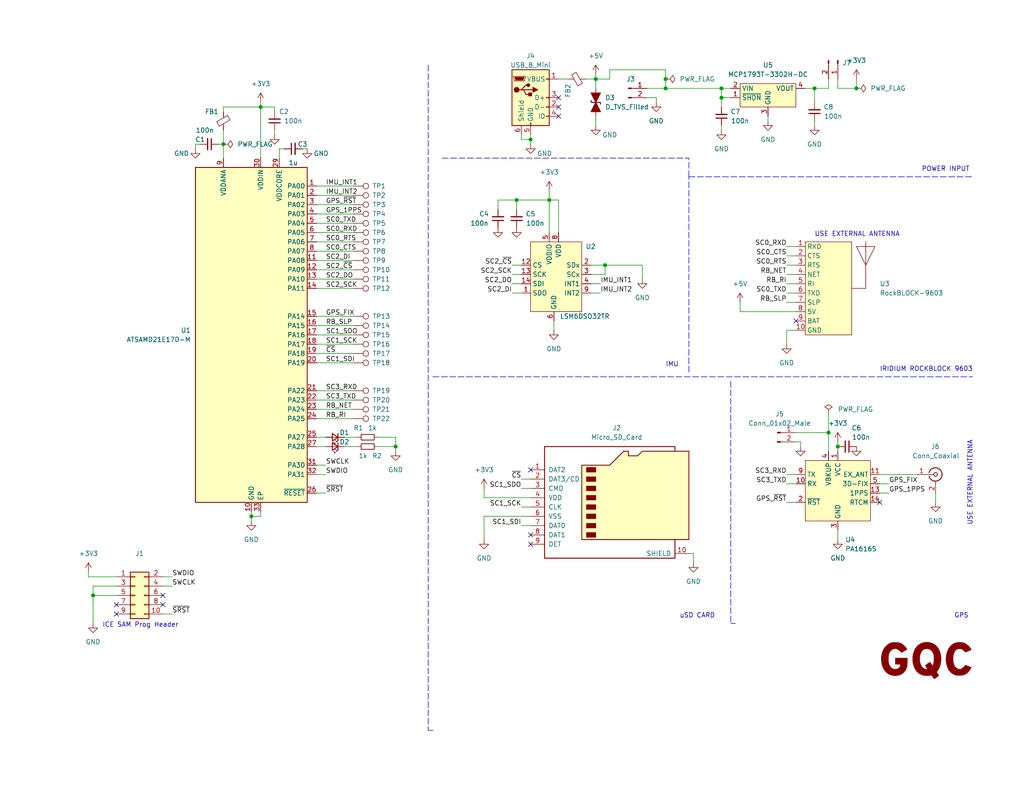
<source format=kicad_sch>
(kicad_sch (version 20211123) (generator eeschema)
  (paper "USLetter")
  (title_block (title "APR-Sensor") (date "2022-05-22") (rev "1") (company "GQC Atmospherics") (comment 1 "Designed by Hans Gaensbauer"))
  (lib_symbols
    (symbol "Connector:Conn_01x02_Male" (pin_names (offset 1.016) hide)
      (property "Reference" "J" (at 0 2.54 0))
      (property "Value" "Conn_01x02_Male" (at 0 -5.08 0))
      (symbol "Conn_01x02_Male_1_1"
        (pin passive line (at 5.08 0 180) (length 3.81) (name "Pin_1") (number "1"))
        (pin passive line (at 5.08 -2.54 180) (length 3.81) (name "Pin_2") (number "2"))
      )
    )
    (symbol "Connector:Conn_Coaxial" (pin_names (offset 1.016) hide)
      (property "Reference" "J" (at 0.254 3.048 0))
      (property "Value" "Conn_Coaxial" (at 2.921 0 90))
      (symbol "Conn_Coaxial_1_1"
        (pin passive line (at -5.08 0 0) (length 2.54) (name "In") (number "1"))
        (pin passive line (at 0 -5.08 90) (length 2.54) (name "Ext") (number "2"))
      )
    )
    (symbol "Connector:TestPoint" (pin_numbers hide) (pin_names (offset 0.762) hide)
      (property "Reference" "TP" (at 0 6.858 0))
      (property "Value" "TestPoint" (at 0 5.08 0))
      (symbol "TestPoint_1_1"
        (pin passive line (at 0 0 90) (length 2.54) (name "1") (number "1"))
      )
    )
    (symbol "Connector:USB_B_Mini" (pin_names (offset 1.016))
      (property "Reference" "J" (at -5.08 11.43 0))
      (property "Value" "USB_B_Mini" (at -5.08 8.89 0))
      (symbol "USB_B_Mini_1_1"
        (pin power_out line (at 7.62 5.08 180) (length 2.54) (name "VBUS") (number "1"))
        (pin bidirectional line (at 7.62 -2.54 180) (length 2.54) (name "D-") (number "2"))
        (pin bidirectional line (at 7.62 0 180) (length 2.54) (name "D+") (number "3"))
        (pin passive line (at 7.62 -5.08 180) (length 2.54) (name "ID") (number "4"))
        (pin power_out line (at 0 -10.16 90) (length 2.54) (name "GND") (number "5"))
        (pin passive line (at -2.54 -10.16 90) (length 2.54) (name "Shield") (number "6"))
      )
    )
    (symbol "Connector_Generic:Conn_02x05_Odd_Even" (pin_names (offset 1.016) hide)
      (property "Reference" "J" (at 1.27 7.62 0))
      (property "Value" "Conn_02x05_Odd_Even" (at 1.27 -7.62 0))
      (symbol "Conn_02x05_Odd_Even_1_1"
        (pin passive line (at -5.08 5.08 0) (length 3.81) (name "Pin_1") (number "1"))
        (pin passive line (at 7.62 -5.08 180) (length 3.81) (name "Pin_10") (number "10"))
        (pin passive line (at 7.62 5.08 180) (length 3.81) (name "Pin_2") (number "2"))
        (pin passive line (at -5.08 2.54 0) (length 3.81) (name "Pin_3") (number "3"))
        (pin passive line (at 7.62 2.54 180) (length 3.81) (name "Pin_4") (number "4"))
        (pin passive line (at -5.08 0 0) (length 3.81) (name "Pin_5") (number "5"))
        (pin passive line (at 7.62 0 180) (length 3.81) (name "Pin_6") (number "6"))
        (pin passive line (at -5.08 -2.54 0) (length 3.81) (name "Pin_7") (number "7"))
        (pin passive line (at 7.62 -2.54 180) (length 3.81) (name "Pin_8") (number "8"))
        (pin passive line (at -5.08 -5.08 0) (length 3.81) (name "Pin_9") (number "9"))
      )
    )
    (symbol "Device:C_Small" (pin_numbers hide) (pin_names (offset 0.254) hide)
      (property "Reference" "C" (at 0.254 1.778 0))
      (property "Value" "C_Small" (at 0.254 -2.032 0))
      (symbol "C_Small_1_1"
        (pin passive line (at 0 2.54 270) (length 2.032) (name "~") (number "1"))
        (pin passive line (at 0 -2.54 90) (length 2.032) (name "~") (number "2"))
      )
    )
    (symbol "Device:D_TVS_Filled" (pin_numbers hide) (pin_names (offset 1.016) hide)
      (property "Reference" "D" (at 0 2.54 0))
      (property "Value" "D_TVS_Filled" (at 0 -2.54 0))
      (symbol "D_TVS_Filled_1_1"
        (pin passive line (at -3.81 0 0) (length 2.54) (name "A1") (number "1"))
        (pin passive line (at 3.81 0 180) (length 2.54) (name "A2") (number "2"))
      )
    )
    (symbol "Device:FerriteBead_Small" (pin_numbers hide) (pin_names (offset 0))
      (property "Reference" "FB" (at 1.905 1.27 0))
      (property "Value" "FerriteBead_Small" (at 1.905 -1.27 0))
      (symbol "FerriteBead_Small_1_1"
        (pin passive line (at 0 2.54 270) (length 1.27) (name "~") (number "1"))
        (pin passive line (at 0 -2.54 90) (length 1.27) (name "~") (number "2"))
      )
    )
    (symbol "Device:LED_Small" (pin_numbers hide) (pin_names (offset 0.254) hide)
      (property "Reference" "D" (at -1.27 3.175 0))
      (property "Value" "LED_Small" (at -4.445 -2.54 0))
      (symbol "LED_Small_1_1"
        (pin passive line (at -2.54 0 0) (length 1.778) (name "K") (number "1"))
        (pin passive line (at 2.54 0 180) (length 1.778) (name "A") (number "2"))
      )
    )
    (symbol "Device:R_Small" (pin_numbers hide) (pin_names (offset 0.254) hide)
      (property "Reference" "R" (at 0.762 0.508 0))
      (property "Value" "R_Small" (at 0.762 -1.016 0))
      (symbol "R_Small_1_1"
        (pin passive line (at 0 2.54 270) (length 0.762) (name "~") (number "1"))
        (pin passive line (at 0 -2.54 90) (length 0.762) (name "~") (number "2"))
      )
    )
    (symbol "GQC:GQC-Logo" (pin_names (offset 1.016)))
    (symbol "GQC:LSM6DSO32TR"
      (property "Reference" "U" (at -11.43 0 0))
      (property "Value" "LSM6DSO32TR" (at 10.16 13.97 0))
      (symbol "LSM6DSO32TR_1_1"
        (pin bidirectional line (at -8.89 -3.81 0) (length 2.54) (name "SDO") (number "1"))
        (pin no_connect line (at 2.54 -7.62 0) (length 0) hide (name "NC") (number "10"))
        (pin no_connect line (at 3.81 -7.62 0) (length 0) hide (name "NC") (number "11"))
        (pin input line (at -8.89 3.81 0) (length 2.54) (name "CS") (number "12"))
        (pin input line (at -8.89 1.27 0) (length 2.54) (name "SCK") (number "13"))
        (pin bidirectional line (at -8.89 -1.27 0) (length 2.54) (name "SDI") (number "14"))
        (pin free line (at 10.16 3.81 180) (length 2.54) (name "SDx") (number "2"))
        (pin free line (at 10.16 1.27 180) (length 2.54) (name "SCx") (number "3"))
        (pin output line (at 10.16 -1.27 180) (length 2.54) (name "INT1") (number "4"))
        (pin power_in line (at -1.27 12.7 270) (length 2.54) (name "VDDIO") (number "5"))
        (pin power_in line (at 0 -11.43 90) (length 2.54) (name "GND") (number "6"))
        (pin power_in line (at 0 -11.43 90) (length 0) hide (name "GND") (number "7"))
        (pin power_in line (at 1.27 12.7 270) (length 2.54) (name "VDD") (number "8"))
        (pin bidirectional line (at 10.16 -3.81 180) (length 2.54) (name "INT2") (number "9"))
      )
    )
    (symbol "GQC:MCP1793T-3302H-DC"
      (property "Reference" "U6" (at 0 6.189 0))
      (property "Value" "MCP1793T-3302H-DC" (at 0 3.6521 0))
      (symbol "MCP1793T-3302H-DC_1_1"
        (pin input line (at -10.16 -1.27 0) (length 2.54) (name "~{SHDN}") (number "1"))
        (pin power_in line (at -10.16 1.27 0) (length 2.54) (name "VIN") (number "2"))
        (pin power_in line (at 0 -6.35 90) (length 2.54) (name "GND") (number "3"))
        (pin power_out line (at 10.16 1.27 180) (length 2.54) (name "VOUT") (number "4"))
        (pin no_connect line (at 2.54 -1.27 180) (length 0) hide (name "NC") (number "5"))
        (pin power_in line (at 0 -6.35 180) (length 0) hide (name "GND") (number "6"))
      )
    )
    (symbol "GQC:Micro_SD_Card" (pin_names (offset 1.016))
      (property "Reference" "J" (at -16.51 15.24 0))
      (property "Value" "Micro_SD_Card" (at 16.51 15.24 0))
      (symbol "Micro_SD_Card_1_1"
        (pin bidirectional line (at -22.86 7.62 0) (length 3.81) (name "DAT2") (number "1"))
        (pin passive line (at 20.32 -15.24 180) (length 3.81) (name "SHIELD") (number "10"))
        (pin bidirectional line (at -22.86 5.08 0) (length 3.81) (name "DAT3/CD") (number "2"))
        (pin input line (at -22.86 2.54 0) (length 3.81) (name "CMD") (number "3"))
        (pin power_in line (at -22.86 0 0) (length 3.81) (name "VDD") (number "4"))
        (pin input line (at -22.86 -2.54 0) (length 3.81) (name "CLK") (number "5"))
        (pin power_in line (at -22.86 -5.08 0) (length 3.81) (name "VSS") (number "6"))
        (pin bidirectional line (at -22.86 -7.62 0) (length 3.81) (name "DAT0") (number "7"))
        (pin bidirectional line (at -22.86 -10.16 0) (length 3.81) (name "DAT1") (number "8"))
        (pin passive line (at -22.86 -12.7 0) (length 3.81) (name "DET") (number "9"))
      )
    )
    (symbol "GQC:PA1616S"
      (property "Reference" "U" (at 5.08 8.89 0))
      (property "Value" "PA1616S" (at -10.16 8.89 0))
      (symbol "PA1616S_1_1"
        (pin power_in line (at 0 -11.43 90) (length 0) hide (name "GND") (number ""))
        (pin power_in line (at 0 10.16 270) (length 2.54) (name "VCC") (number "1"))
        (pin input line (at -11.43 1.27 0) (length 2.54) (name "RX") (number "10"))
        (pin bidirectional line (at 11.43 3.81 180) (length 2.54) (name "EX_ANT") (number "11"))
        (pin power_in line (at 0 -11.43 90) (length 0) hide (name "GND") (number "12"))
        (pin output line (at 11.43 -1.27 180) (length 2.54) (name "1PPS") (number "13"))
        (pin input line (at 11.43 -3.81 180) (length 2.54) (name "RTCM") (number "14"))
        (pin no_connect line (at -5.08 -1.27 0) (length 0) hide (name "NC") (number "15"))
        (pin no_connect line (at -5.08 -3.81 0) (length 0) hide (name "NC") (number "16"))
        (pin no_connect line (at 3.81 2.54 0) (length 0) hide (name "NC") (number "17"))
        (pin no_connect line (at 3.81 0 0) (length 0) hide (name "NC") (number "18"))
        (pin power_in line (at 0 -11.43 90) (length 0) hide (name "GND") (number "19"))
        (pin input line (at -11.43 -3.81 0) (length 2.54) (name "~{RST}") (number "2"))
        (pin no_connect line (at -5.08 1.27 0) (length 0) hide (name "NC") (number "20"))
        (pin power_in line (at 0 -11.43 90) (length 2.54) (name "GND") (number "3"))
        (pin power_in line (at -2.54 10.16 270) (length 2.54) (name "VBKUP") (number "4"))
        (pin output line (at 11.43 1.27 180) (length 2.54) (name "3D-FIX") (number "5"))
        (pin no_connect line (at 3.81 -2.54 0) (length 0) hide (name "NC") (number "6"))
        (pin no_connect line (at 3.81 -5.08 0) (length 0) hide (name "NC") (number "7"))
        (pin power_in line (at 0 -11.43 90) (length 0) hide (name "GND") (number "8"))
        (pin output line (at -11.43 3.81 0) (length 2.54) (name "TX") (number "9"))
      )
    )
    (symbol "GQC:RockBLOCK-9603"
      (property "Reference" "U" (at 0 7.62 0))
      (property "Value" "RockBLOCK-9603" (at 0 5.08 0))
      (symbol "RockBLOCK-9603_1_1"
        (pin output line (at -2.54 -1.27 0) (length 2.54) (name "RXD") (number "1"))
        (pin power_in line (at -2.54 -24.13 0) (length 2.54) (name "GND") (number "10"))
        (pin output line (at -2.54 -3.81 0) (length 2.54) (name "CTS") (number "2"))
        (pin input line (at -2.54 -6.35 0) (length 2.54) (name "RTS") (number "3"))
        (pin output line (at -2.54 -8.89 0) (length 2.54) (name "NET") (number "4"))
        (pin output line (at -2.54 -11.43 0) (length 2.54) (name "RI") (number "5"))
        (pin input line (at -2.54 -13.97 0) (length 2.54) (name "TXD") (number "6"))
        (pin input line (at -2.54 -16.51 0) (length 2.54) (name "SLP") (number "7"))
        (pin power_in line (at -2.54 -19.05 0) (length 2.54) (name "5V") (number "8"))
        (pin power_in line (at -2.54 -21.59 0) (length 2.54) (name "BAT") (number "9"))
      )
    )
    (symbol "MCU_Microchip_SAMD:ATSAMD21E17D-M"
      (property "Reference" "U" (at -13.97 46.99 0))
      (property "Value" "ATSAMD21E17D-M" (at 16.51 46.99 0))
      (symbol "ATSAMD21E17D-M_1_1"
        (pin bidirectional line (at -17.78 40.64 0) (length 2.54) (name "PA00") (number "1"))
        (pin power_in line (at 0 -48.26 90) (length 2.54) (name "GND") (number "10"))
        (pin bidirectional line (at -17.78 20.32 0) (length 2.54) (name "PA08") (number "11"))
        (pin bidirectional line (at -17.78 17.78 0) (length 2.54) (name "PA09") (number "12"))
        (pin bidirectional line (at -17.78 15.24 0) (length 2.54) (name "PA10") (number "13"))
        (pin bidirectional line (at -17.78 12.7 0) (length 2.54) (name "PA11") (number "14"))
        (pin bidirectional line (at -17.78 5.08 0) (length 2.54) (name "PA14") (number "15"))
        (pin bidirectional line (at -17.78 2.54 0) (length 2.54) (name "PA15") (number "16"))
        (pin bidirectional line (at -17.78 0 0) (length 2.54) (name "PA16") (number "17"))
        (pin bidirectional line (at -17.78 -2.54 0) (length 2.54) (name "PA17") (number "18"))
        (pin bidirectional line (at -17.78 -5.08 0) (length 2.54) (name "PA18") (number "19"))
        (pin bidirectional line (at -17.78 38.1 0) (length 2.54) (name "PA01") (number "2"))
        (pin bidirectional line (at -17.78 -7.62 0) (length 2.54) (name "PA19") (number "20"))
        (pin bidirectional line (at -17.78 -15.24 0) (length 2.54) (name "PA22") (number "21"))
        (pin bidirectional line (at -17.78 -17.78 0) (length 2.54) (name "PA23") (number "22"))
        (pin bidirectional line (at -17.78 -20.32 0) (length 2.54) (name "PA24") (number "23"))
        (pin bidirectional line (at -17.78 -22.86 0) (length 2.54) (name "PA25") (number "24"))
        (pin bidirectional line (at -17.78 -27.94 0) (length 2.54) (name "PA27") (number "25"))
        (pin input line (at -17.78 -43.18 0) (length 2.54) (name "~{RESET}") (number "26"))
        (pin bidirectional line (at -17.78 -30.48 0) (length 2.54) (name "PA28") (number "27"))
        (pin passive line (at 0 -48.26 90) (length 2.54) hide (name "GND") (number "28"))
        (pin power_out line (at -7.62 48.26 270) (length 2.54) (name "VDDCORE") (number "29"))
        (pin bidirectional line (at -17.78 35.56 0) (length 2.54) (name "PA02") (number "3"))
        (pin power_in line (at -2.54 48.26 270) (length 2.54) (name "VDDIN") (number "30"))
        (pin bidirectional line (at -17.78 -35.56 0) (length 2.54) (name "PA30") (number "31"))
        (pin bidirectional line (at -17.78 -38.1 0) (length 2.54) (name "PA31") (number "32"))
        (pin passive line (at -2.54 -48.26 90) (length 2.54) (name "EP") (number "33"))
        (pin bidirectional line (at -17.78 33.02 0) (length 2.54) (name "PA03") (number "4"))
        (pin bidirectional line (at -17.78 30.48 0) (length 2.54) (name "PA04") (number "5"))
        (pin bidirectional line (at -17.78 27.94 0) (length 2.54) (name "PA05") (number "6"))
        (pin bidirectional line (at -17.78 25.4 0) (length 2.54) (name "PA06") (number "7"))
        (pin bidirectional line (at -17.78 22.86 0) (length 2.54) (name "PA07") (number "8"))
        (pin power_in line (at 7.62 48.26 270) (length 2.54) (name "VDDANA") (number "9"))
      )
    )
    (symbol "power:+3V3" (power) (pin_names (offset 0))
      (property "Value" "+3V3" (at 0 3.556 0))
      (symbol "+3V3_1_1"
        (pin power_in line (at 0 0 90) (length 0) hide (name "+3V3") (number "1"))
      )
    )
    (symbol "power:+5V" (power) (pin_names (offset 0))
      (property "Value" "+5V" (at 0 3.556 0))
      (symbol "+5V_1_1"
        (pin power_in line (at 0 0 90) (length 0) hide (name "+5V") (number "1"))
      )
    )
    (symbol "power:GND" (power) (pin_names (offset 0))
      (property "Value" "GND" (at 0 -3.81 0))
      (symbol "GND_1_1"
        (pin power_in line (at 0 0 270) (length 0) hide (name "GND") (number "1"))
      )
    )
    (symbol "power:PWR_FLAG" (power) (pin_numbers hide) (pin_names (offset 0) hide)
      (property "Value" "PWR_FLAG" (at 0 3.81 0))
      (symbol "PWR_FLAG_0_0"
        (pin power_out line (at 0 0 90) (length 0) (name "pwr") (number "1"))
      )
    )
  )
  (junction (at 25.4 162.56))
  (junction (at 228.6 121.92))
  (junction (at 71.12 29.21))
  (junction (at 60.96 39.37))
  (junction (at 140.97 54.61))
  (junction (at 181.61 21.59))
  (junction (at 226.06 118.11))
  (junction (at 196.85 26.67))
  (junction (at 165.1 72.39))
  (junction (at 196.85 24.13))
  (junction (at 233.68 24.13))
  (junction (at 162.56 21.59))
  (junction (at 68.58 140.97))
  (junction (at 149.86 54.61))
  (junction (at 222.25 24.13))
  (junction (at 144.78 38.1))
  (junction (at 181.61 24.13))
  (junction (at 107.95 121.92))
  (no_connect (at 144.78 128.27))
  (no_connect (at 44.45 162.56))
  (no_connect (at 144.78 148.59))
  (no_connect (at 144.78 146.05))
  (no_connect (at 152.4 31.75))
  (no_connect (at 152.4 29.21))
  (no_connect (at 152.4 26.67))
  (no_connect (at 44.45 165.1))
  (no_connect (at 31.75 165.1))
  (no_connect (at 240.03 137.16))
  (no_connect (at 217.17 87.63))
  (no_connect (at 31.75 167.64))
  (wire (pts (xy 86.36 55.88) (xy 96.52 55.88)))
  (wire (pts (xy 68.58 139.7) (xy 68.58 140.97)))
  (wire (pts (xy 189.23 151.13) (xy 187.96 151.13)))
  (wire (pts (xy 60.96 39.37) (xy 60.96 43.18)))
  (wire (pts (xy 161.29 80.01) (xy 163.83 80.01)))
  (wire (pts (xy 222.25 33.02) (xy 222.25 34.29)))
  (wire (pts (xy 214.63 69.85) (xy 217.17 69.85)))
  (wire (pts (xy 102.87 119.38) (xy 107.95 119.38)))
  (wire (pts (xy 82.55 40.64) (xy 83.82 40.64)))
  (wire (pts (xy 255.27 134.62) (xy 255.27 137.16)))
  (wire (pts (xy 165.1 74.93) (xy 165.1 72.39)))
  (wire (pts (xy 53.34 39.37) (xy 54.61 39.37)))
  (wire (pts (xy 214.63 137.16) (xy 217.17 137.16)))
  (wire (pts (xy 60.96 29.21) (xy 71.12 29.21)))
  (wire (pts (xy 149.86 54.61) (xy 149.86 63.5)))
  (wire (pts (xy 132.08 135.89) (xy 144.78 135.89)))
  (wire (pts (xy 240.03 134.62) (xy 242.57 134.62)))
  (wire (pts (xy 201.93 85.09) (xy 217.17 85.09)))
  (wire (pts (xy 76.2 40.64) (xy 76.2 43.18)))
  (wire (pts (xy 189.23 153.67) (xy 189.23 151.13)))
  (wire (pts (xy 142.24 133.35) (xy 144.78 133.35)))
  (wire (pts (xy 86.36 111.76) (xy 96.52 111.76)))
  (wire (pts (xy 214.63 82.55) (xy 217.17 82.55)))
  (wire (pts (xy 161.29 77.47) (xy 163.83 77.47)))
  (wire (pts (xy 226.06 118.11) (xy 226.06 123.19)))
  (wire (pts (xy 142.24 130.81) (xy 144.78 130.81)))
  (polyline (pts (xy 120.65 43.18) (xy 187.96 43.18)))
  (wire (pts (xy 162.56 21.59) (xy 162.56 24.13)))
  (wire (pts (xy 86.36 68.58) (xy 96.52 68.58)))
  (polyline (pts (xy 199.39 170.18) (xy 200.66 170.18)))
  (wire (pts (xy 162.56 21.59) (xy 160.02 21.59)))
  (wire (pts (xy 144.78 38.1) (xy 144.78 39.37)))
  (wire (pts (xy 86.36 109.22) (xy 96.52 109.22)))
  (wire (pts (xy 214.63 132.08) (xy 217.17 132.08)))
  (wire (pts (xy 135.89 54.61) (xy 135.89 57.15)))
  (wire (pts (xy 152.4 54.61) (xy 152.4 63.5)))
  (wire (pts (xy 60.96 35.56) (xy 60.96 39.37)))
  (wire (pts (xy 162.56 31.75) (xy 162.56 34.29)))
  (wire (pts (xy 86.36 66.04) (xy 96.52 66.04)))
  (wire (pts (xy 74.93 29.21) (xy 74.93 30.48)))
  (wire (pts (xy 86.36 60.96) (xy 96.52 60.96)))
  (wire (pts (xy 71.12 140.97) (xy 71.12 139.7)))
  (wire (pts (xy 228.6 24.13) (xy 233.68 24.13)))
  (wire (pts (xy 196.85 26.67) (xy 199.39 26.67)))
  (wire (pts (xy 86.36 76.2) (xy 96.52 76.2)))
  (wire (pts (xy 25.4 162.56) (xy 25.4 160.02)))
  (wire (pts (xy 86.36 121.92) (xy 88.9 121.92)))
  (wire (pts (xy 214.63 77.47) (xy 217.17 77.47)))
  (polyline (pts (xy 187.96 101.6) (xy 187.96 48.26)))
  (wire (pts (xy 219.71 24.13) (xy 222.25 24.13)))
  (wire (pts (xy 142.24 36.83) (xy 142.24 38.1)))
  (wire (pts (xy 142.24 143.51) (xy 144.78 143.51)))
  (wire (pts (xy 25.4 162.56) (xy 31.75 162.56)))
  (wire (pts (xy 217.17 118.11) (xy 226.06 118.11)))
  (wire (pts (xy 181.61 21.59) (xy 181.61 19.05)))
  (wire (pts (xy 165.1 72.39) (xy 175.26 72.39)))
  (wire (pts (xy 218.44 120.65) (xy 217.17 120.65)))
  (wire (pts (xy 86.36 96.52) (xy 96.52 96.52)))
  (wire (pts (xy 181.61 24.13) (xy 196.85 24.13)))
  (wire (pts (xy 31.75 157.48) (xy 24.13 157.48)))
  (wire (pts (xy 68.58 140.97) (xy 68.58 142.24)))
  (wire (pts (xy 209.55 31.75) (xy 209.55 33.02)))
  (wire (pts (xy 214.63 74.93) (xy 217.17 74.93)))
  (wire (pts (xy 201.93 82.55) (xy 201.93 85.09)))
  (wire (pts (xy 233.68 21.59) (xy 233.68 24.13)))
  (wire (pts (xy 107.95 119.38) (xy 107.95 121.92)))
  (wire (pts (xy 228.6 21.59) (xy 228.6 24.13)))
  (wire (pts (xy 228.6 144.78) (xy 228.6 147.32)))
  (wire (pts (xy 228.6 121.92) (xy 228.6 123.19)))
  (wire (pts (xy 151.13 87.63) (xy 151.13 90.17)))
  (wire (pts (xy 199.39 24.13) (xy 196.85 24.13)))
  (wire (pts (xy 166.37 21.59) (xy 162.56 21.59)))
  (wire (pts (xy 222.25 24.13) (xy 226.06 24.13)))
  (wire (pts (xy 149.86 52.07) (xy 149.86 54.61)))
  (wire (pts (xy 86.36 129.54) (xy 88.9 129.54)))
  (wire (pts (xy 214.63 90.17) (xy 217.17 90.17)))
  (wire (pts (xy 86.36 114.3) (xy 96.52 114.3)))
  (wire (pts (xy 93.98 119.38) (xy 97.79 119.38)))
  (wire (pts (xy 44.45 167.64) (xy 46.99 167.64)))
  (wire (pts (xy 162.56 20.32) (xy 162.56 21.59)))
  (wire (pts (xy 139.7 72.39) (xy 142.24 72.39)))
  (wire (pts (xy 86.36 73.66) (xy 96.52 73.66)))
  (wire (pts (xy 181.61 19.05) (xy 166.37 19.05)))
  (wire (pts (xy 240.03 132.08) (xy 242.57 132.08)))
  (wire (pts (xy 139.7 80.01) (xy 142.24 80.01)))
  (wire (pts (xy 86.36 134.62) (xy 88.9 134.62)))
  (wire (pts (xy 86.36 58.42) (xy 96.52 58.42)))
  (wire (pts (xy 196.85 34.29) (xy 196.85 35.56)))
  (wire (pts (xy 76.2 40.64) (xy 77.47 40.64)))
  (wire (pts (xy 59.69 39.37) (xy 60.96 39.37)))
  (wire (pts (xy 132.08 140.97) (xy 132.08 147.32)))
  (wire (pts (xy 196.85 24.13) (xy 196.85 26.67)))
  (wire (pts (xy 152.4 21.59) (xy 154.94 21.59)))
  (wire (pts (xy 25.4 170.18) (xy 25.4 162.56)))
  (wire (pts (xy 214.63 67.31) (xy 217.17 67.31)))
  (wire (pts (xy 86.36 91.44) (xy 96.52 91.44)))
  (wire (pts (xy 144.78 36.83) (xy 144.78 38.1)))
  (wire (pts (xy 140.97 54.61) (xy 140.97 57.15)))
  (wire (pts (xy 24.13 156.21) (xy 24.13 157.48)))
  (wire (pts (xy 179.07 26.67) (xy 176.53 26.67)))
  (wire (pts (xy 132.08 133.35) (xy 132.08 135.89)))
  (wire (pts (xy 71.12 29.21) (xy 71.12 43.18)))
  (wire (pts (xy 86.36 93.98) (xy 96.52 93.98)))
  (wire (pts (xy 86.36 127) (xy 88.9 127)))
  (wire (pts (xy 144.78 140.97) (xy 132.08 140.97)))
  (polyline (pts (xy 118.11 102.87) (xy 265.43 102.87)))
  (wire (pts (xy 86.36 86.36) (xy 96.52 86.36)))
  (wire (pts (xy 135.89 54.61) (xy 140.97 54.61)))
  (polyline (pts (xy 187.96 48.26) (xy 265.43 48.26)))
  (wire (pts (xy 25.4 160.02) (xy 31.75 160.02)))
  (wire (pts (xy 53.34 40.64) (xy 53.34 39.37)))
  (wire (pts (xy 176.53 24.13) (xy 181.61 24.13)))
  (wire (pts (xy 86.36 71.12) (xy 96.52 71.12)))
  (wire (pts (xy 226.06 113.03) (xy 226.06 118.11)))
  (wire (pts (xy 86.36 88.9) (xy 96.52 88.9)))
  (polyline (pts (xy 116.84 199.39) (xy 118.11 199.39)))
  (wire (pts (xy 86.36 50.8) (xy 96.52 50.8)))
  (wire (pts (xy 161.29 72.39) (xy 165.1 72.39)))
  (wire (pts (xy 86.36 53.34) (xy 96.52 53.34)))
  (wire (pts (xy 44.45 160.02) (xy 46.99 160.02)))
  (wire (pts (xy 71.12 29.21) (xy 74.93 29.21)))
  (wire (pts (xy 86.36 63.5) (xy 96.52 63.5)))
  (wire (pts (xy 60.96 30.48) (xy 60.96 29.21)))
  (wire (pts (xy 140.97 54.61) (xy 149.86 54.61)))
  (wire (pts (xy 152.4 54.61) (xy 149.86 54.61)))
  (wire (pts (xy 86.36 119.38) (xy 88.9 119.38)))
  (wire (pts (xy 102.87 121.92) (xy 107.95 121.92)))
  (polyline (pts (xy 199.39 104.14) (xy 199.39 170.18)))
  (wire (pts (xy 214.63 80.01) (xy 217.17 80.01)))
  (wire (pts (xy 74.93 35.56) (xy 74.93 36.83)))
  (wire (pts (xy 166.37 19.05) (xy 166.37 21.59)))
  (wire (pts (xy 142.24 38.1) (xy 144.78 38.1)))
  (wire (pts (xy 139.7 77.47) (xy 142.24 77.47)))
  (wire (pts (xy 86.36 106.68) (xy 96.52 106.68)))
  (wire (pts (xy 179.07 27.94) (xy 179.07 26.67)))
  (wire (pts (xy 226.06 24.13) (xy 226.06 21.59)))
  (wire (pts (xy 214.63 129.54) (xy 217.17 129.54)))
  (wire (pts (xy 142.24 138.43) (xy 144.78 138.43)))
  (wire (pts (xy 222.25 24.13) (xy 222.25 27.94)))
  (polyline (pts (xy 187.96 48.26) (xy 187.96 43.18)))
  (wire (pts (xy 86.36 78.74) (xy 96.52 78.74)))
  (wire (pts (xy 181.61 24.13) (xy 181.61 21.59)))
  (polyline (pts (xy 116.84 17.78) (xy 116.84 199.39)))
  (wire (pts (xy 214.63 72.39) (xy 217.17 72.39)))
  (wire (pts (xy 228.6 120.65) (xy 228.6 121.92)))
  (wire (pts (xy 139.7 74.93) (xy 142.24 74.93)))
  (wire (pts (xy 93.98 121.92) (xy 97.79 121.92)))
  (wire (pts (xy 107.95 121.92) (xy 107.95 123.19)))
  (wire (pts (xy 44.45 157.48) (xy 46.99 157.48)))
  (wire (pts (xy 165.1 74.93) (xy 161.29 74.93)))
  (wire (pts (xy 68.58 140.97) (xy 71.12 140.97)))
  (wire (pts (xy 214.63 93.98) (xy 214.63 90.17)))
  (wire (pts (xy 71.12 27.94) (xy 71.12 29.21)))
  (wire (pts (xy 175.26 72.39) (xy 175.26 76.2)))
  (wire (pts (xy 86.36 99.06) (xy 96.52 99.06)))
  (wire (pts (xy 218.44 121.92) (xy 218.44 120.65)))
  (wire (pts (xy 196.85 26.67) (xy 196.85 29.21)))
  (wire (pts (xy 240.03 129.54) (xy 250.19 129.54)))
  (text "ICE SAM Prog Header" (at 27.94 171.45 0) (effects (font (size 1.27 1.27)) (justify left bottom)))
  (text "GPS" (at 260.35 168.91 0) (effects (font (size 1.27 1.27)) (justify left bottom)))
  (text "uSD CARD" (at 185.42 168.91 0) (effects (font (size 1.27 1.27)) (justify left bottom)))
  (text "IMU" (at 181.61 100.33 0) (effects (font (size 1.27 1.27)) (justify left bottom)))
  (text "USE EXTERNAL ANTENNA" (at 222.25 64.77 0) (effects (font (size 1.27 1.27)) (justify left bottom)))
  (text "IRIDIUM ROCKBLOCK 9603" (at 240.03 101.6 0) (effects (font (size 1.27 1.27)) (justify left bottom)))
  (text "POWER INPUT" (at 251.46 46.99 0) (effects (font (size 1.27 1.27)) (justify left bottom)))
  (text "USE EXTERNAL ANTENNA" (at 265.43 143.51 90) (effects (font (size 1.27 1.27)) (justify left bottom)))
  (label "SC2_DI" (at 139.7 80.01 180))
  (label "SC3_TXD" (at 214.63 132.08 180))
  (label "SC0_RTS" (at 214.63 72.39 180))
  (label "IMU_INT2" (at 163.83 80.01 0))
  (label "GPS_FIX" (at 88.9 86.36 0))
  (label "SC1_SDO" (at 88.9 91.44 0))
  (label "RB_NET" (at 88.9 111.76 0))
  (label "SWDIO" (at 46.99 157.48 0))
  (label "SC3_TXD" (at 88.9 109.22 0))
  (label "SC0_RXD" (at 214.63 67.31 180))
  (label "IMU_INT1" (at 88.9 50.8 0))
  (label "SC1_SCK" (at 142.24 138.43 180))
  (label "SC3_RXD" (at 88.9 106.68 0))
  (label "SC1_SDI" (at 142.24 143.51 180))
  (label "SC0_CTS" (at 88.9 68.58 0))
  (label "GPS_1PPS" (at 242.57 134.62 0))
  (label "RB_SLP" (at 88.9 88.9 0))
  (label "~{SRST}" (at 46.99 167.64 0))
  (label "SC0_RXD" (at 88.9 63.5 0))
  (label "SC0_CTS" (at 214.63 69.85 180))
  (label "GPS_~{RST}" (at 214.63 137.16 180))
  (label "RB_SLP" (at 214.63 82.55 180))
  (label "~{CS}" (at 142.24 130.81 180))
  (label "RB_RI" (at 214.63 77.47 180))
  (label "GPS_~{RST}" (at 88.9 55.88 0))
  (label "SWCLK" (at 46.99 160.02 0))
  (label "SC0_TXD" (at 88.9 60.96 0))
  (label "SC1_SCK" (at 88.9 93.98 0))
  (label "GPS_1PPS" (at 88.9 58.42 0))
  (label "~{CS}" (at 88.9 96.52 0))
  (label "SC2_SCK" (at 88.9 78.74 0))
  (label "SC3_RXD" (at 214.63 129.54 180))
  (label "GPS_FIX" (at 242.57 132.08 0))
  (label "IMU_INT1" (at 163.83 77.47 0))
  (label "SC0_RTS" (at 88.9 66.04 0))
  (label "RB_RI" (at 88.9 114.3 0))
  (label "SC2_SCK" (at 139.7 74.93 180))
  (label "SC1_SDI" (at 88.9 99.06 0))
  (label "~{SRST}" (at 88.9 134.62 0))
  (label "SC1_SDO" (at 142.24 133.35 180))
  (label "IMU_INT2" (at 88.9 53.34 0))
  (label "SWDIO" (at 88.9 129.54 0))
  (label "SWCLK" (at 88.9 127 0))
  (label "SC2_DI" (at 88.9 71.12 0))
  (label "SC2_~{CS}" (at 139.7 72.39 180))
  (label "RB_NET" (at 214.63 74.93 180))
  (label "SC2_~{CS}" (at 88.9 73.66 0))
  (label "SC2_DO" (at 88.9 76.2 0))
  (label "SC0_TXD" (at 214.63 80.01 180))
  (label "SC2_DO" (at 139.7 77.47 180))
  (symbol (lib_id "GQC:LSM6DSO32TR") (at 151.13 76.2 0) (unit 1)
    (property "Reference" "U2" (at 162.56 67.31 0) (effects (justify right)))
    (property "Value" "LSM6DSO32TR" (at 166.37 86.36 0) (effects (justify right)))
    (property "Footprint" "Package_LGA:LGA-14_3x2.5mm_P0.5mm_LayoutBorder3x4y" (effects hide))
    (property "Datasheet" "https://www.st.com/resource/en/datasheet/lsm6dso32.pdf" (effects hide))
  )
  (symbol (lib_id "power:+3V3") (at 233.68 21.59 0) (unit 1)
    (property "Reference" "#PWR021" (effects hide))
    (property "Value" "+3V3" (at 233.68 16.51 0))
  )
  (symbol (lib_id "power:GND") (at 175.26 76.2 0) (unit 1)
    (property "Reference" "#PWR015" (effects hide))
    (property "Value" "GND" (at 175.26 81.28 0))
  )
  (symbol (lib_id "power:GND") (at 107.95 123.19 0) (unit 1)
    (property "Reference" "#PWR08" (effects hide))
    (property "Value" "GND" (at 107.95 128.27 0))
  )
  (symbol (lib_id "power:GND") (at 222.25 34.29 0) (unit 1)
    (property "Reference" "#PWR031" (effects hide))
    (property "Value" "GND" (at 222.25 39.37 0))
  )
  (symbol (lib_id "GQC:PA1616S") (at 228.6 133.35 0) (unit 1)
    (property "Reference" "U4" (at 230.6194 147.32 0) (effects (justify left)))
    (property "Value" "PA1616S" (at 230.6194 149.86 0) (effects (justify left)))
    (property "Footprint" "GQC:FGPMMOPA6H" (effects hide))
    (property "Datasheet" "https://cdn-shop.adafruit.com/datasheets/GlobalTop-FGPMMOPA6H-Datasheet-V0A.pdf" (effects hide))
  )
  (symbol (lib_id "power:GND") (at 209.55 33.02 0) (unit 1)
    (property "Reference" "#PWR030" (effects hide))
    (property "Value" "GND" (at 209.55 38.1 0))
  )
  (symbol (lib_id "Connector:TestPoint") (at 96.52 73.66 270) (unit 1)
    (property "Reference" "TP10" (at 101.6 73.6599 90) (effects (justify left)))
    (property "Value" "TestPoint" (effects hide))
    (property "Footprint" "GQC:RCU-0603" (effects hide))
  )
  (symbol (lib_id "Connector:TestPoint") (at 96.52 99.06 270) (unit 1)
    (property "Reference" "TP18" (at 101.6 99.0599 90) (effects (justify left)))
    (property "Value" "TestPoint" (effects hide))
    (property "Footprint" "GQC:RCU-0603" (effects hide))
  )
  (symbol (lib_id "Connector:Conn_01x02_Male") (at 228.6 16.51 270) (unit 1)
    (property "Reference" "J7" (at 229.87 17.1449 90) (effects (justify left)))
    (property "Value" "Conn_01x02_Male" (effects hide))
    (property "Footprint" "Connector_PinHeader_2.54mm:PinHeader_1x02_P2.54mm_Vertical" (effects hide))
  )
  (symbol (lib_id "Connector_Generic:Conn_02x05_Odd_Even") (at 36.83 162.56 0) (unit 1)
    (property "Reference" "J1" (at 38.1 151.13 0))
    (property "Value" "Conn_02x05_Odd_Even" (effects hide))
    (property "Footprint" "GQC:3221-10-0300-00-TR" (effects hide))
  )
  (symbol (lib_id "power:GND") (at 83.82 40.64 0) (unit 1)
    (property "Reference" "#PWR07" (effects hide))
    (property "Value" "GND" (at 87.63 41.91 0))
  )
  (symbol (lib_id "Device:FerriteBead_Small") (at 157.48 21.59 90) (mirror x) (unit 1)
    (property "Reference" "FB2" (at 154.94 22.86 0) (effects (justify left)))
    (property "Value" "FerriteBead_Small" (effects hide))
    (property "Footprint" "Inductor_SMD:L_0603_1608Metric" (effects hide))
  )
  (symbol (lib_id "Connector:TestPoint") (at 96.52 71.12 270) (unit 1)
    (property "Reference" "TP9" (at 101.6 71.1199 90) (effects (justify left)))
    (property "Value" "TestPoint" (effects hide))
    (property "Footprint" "GQC:RCU-0603" (effects hide))
  )
  (symbol (lib_id "Device:R_Small") (at 100.33 121.92 270) (unit 1)
    (property "Reference" "R2" (at 102.87 124.46 90))
    (property "Value" "1k" (at 99.06 124.46 90))
    (property "Footprint" "Resistor_SMD:R_0603_1608Metric" (effects hide))
  )
  (symbol (lib_id "Connector:TestPoint") (at 96.52 114.3 270) (unit 1)
    (property "Reference" "TP22" (at 101.6 114.2999 90) (effects (justify left)))
    (property "Value" "TestPoint" (effects hide))
    (property "Footprint" "GQC:RCU-0603" (effects hide))
  )
  (symbol (lib_id "Connector:TestPoint") (at 96.52 111.76 270) (unit 1)
    (property "Reference" "TP21" (at 101.6 111.7599 90) (effects (justify left)))
    (property "Value" "TestPoint" (effects hide))
    (property "Footprint" "GQC:RCU-0603" (effects hide))
  )
  (symbol (lib_id "Device:D_TVS_Filled") (at 162.56 27.94 90) (unit 1)
    (property "Reference" "D3" (at 165.1 26.6699 90) (effects (justify right)))
    (property "Value" "D_TVS_Filled" (at 165.1 29.2099 90) (effects (justify right)))
    (property "Footprint" "Diode_SMD:D_0201_0603Metric" (effects hide))
  )
  (symbol (lib_id "Device:C_Small") (at 135.89 59.69 180) (unit 1)
    (property "Reference" "C4" (at 132.08 58.42 0))
    (property "Value" "100n" (at 130.81 60.96 0))
    (property "Footprint" "Capacitor_SMD:C_0603_1608Metric" (effects hide))
  )
  (symbol (lib_id "power:GND") (at 233.68 121.92 0) (unit 1)
    (property "Reference" "#PWR026" (effects hide))
    (property "Value" "GND" (effects hide))
  )
  (symbol (lib_id "Connector:Conn_01x02_Male") (at 171.45 24.13 0) (unit 1)
    (property "Reference" "J3" (at 172.085 21.59 0))
    (property "Value" "Conn_01x02_Male" (effects hide))
    (property "Footprint" "Connector_PinHeader_2.54mm:PinHeader_1x02_P2.54mm_Vertical" (effects hide))
  )
  (symbol (lib_id "power:GND") (at 189.23 153.67 0) (unit 1)
    (property "Reference" "#PWR018" (effects hide))
    (property "Value" "GND" (at 189.23 158.75 0))
  )
  (symbol (lib_id "Connector:TestPoint") (at 96.52 60.96 270) (unit 1)
    (property "Reference" "TP5" (at 101.6 60.9599 90) (effects (justify left)))
    (property "Value" "TestPoint" (effects hide))
    (property "Footprint" "GQC:RCU-0603" (effects hide))
  )
  (symbol (lib_id "Device:R_Small") (at 100.33 119.38 90) (unit 1)
    (property "Reference" "R1" (at 97.79 116.84 90))
    (property "Value" "1k" (at 101.6 116.84 90))
    (property "Footprint" "Resistor_SMD:R_0603_1608Metric" (effects hide))
  )
  (symbol (lib_id "Device:C_Small") (at 74.93 33.02 180) (unit 1)
    (property "Reference" "C2" (at 77.47 30.48 0))
    (property "Value" "100n" (at 80.01 33.02 0))
    (property "Footprint" "Capacitor_SMD:C_0603_1608Metric" (effects hide))
  )
  (symbol (lib_id "Connector:TestPoint") (at 96.52 50.8 270) (unit 1)
    (property "Reference" "TP1" (at 101.6 50.7999 90) (effects (justify left)))
    (property "Value" "TestPoint" (effects hide))
    (property "Footprint" "GQC:RCU-0603" (effects hide))
  )
  (symbol (lib_id "power:GND") (at 162.56 34.29 0) (unit 1)
    (property "Reference" "#PWR028" (effects hide))
    (property "Value" "GND" (at 166.37 36.83 0))
  )
  (symbol (lib_id "Connector:TestPoint") (at 96.52 86.36 270) (unit 1)
    (property "Reference" "TP13" (at 101.6 86.3599 90) (effects (justify left)))
    (property "Value" "TestPoint" (effects hide))
    (property "Footprint" "GQC:RCU-0603" (effects hide))
  )
  (symbol (lib_id "Connector:TestPoint") (at 96.52 58.42 270) (unit 1)
    (property "Reference" "TP4" (at 101.6 58.4199 90) (effects (justify left)))
    (property "Value" "TestPoint" (effects hide))
    (property "Footprint" "GQC:RCU-0603" (effects hide))
  )
  (symbol (lib_id "power:GND") (at 151.13 90.17 0) (unit 1)
    (property "Reference" "#PWR014" (effects hide))
    (property "Value" "GND" (at 151.13 95.25 0))
  )
  (symbol (lib_id "power:+3V3") (at 132.08 133.35 0) (unit 1)
    (property "Reference" "#PWR09" (effects hide))
    (property "Value" "+3V3" (at 132.08 128.27 0))
  )
  (symbol (lib_id "power:GND") (at 135.89 62.23 0) (unit 1)
    (property "Reference" "#PWR011" (effects hide))
    (property "Value" "GND" (effects hide))
  )
  (symbol (lib_id "Connector:TestPoint") (at 96.52 96.52 270) (unit 1)
    (property "Reference" "TP17" (at 101.6 96.5199 90) (effects (justify left)))
    (property "Value" "TestPoint" (effects hide))
    (property "Footprint" "GQC:RCU-0603" (effects hide))
  )
  (symbol (lib_id "Device:FerriteBead_Small") (at 60.96 33.02 0) (mirror y) (unit 1)
    (property "Reference" "FB1" (at 59.69 30.48 0) (effects (justify left)))
    (property "Value" "FerriteBead_Small" (effects hide))
    (property "Footprint" "Inductor_SMD:L_0603_1608Metric" (effects hide))
  )
  (symbol (lib_id "Device:C_Small") (at 222.25 30.48 180) (unit 1)
    (property "Reference" "C8" (at 226.06 29.21 0))
    (property "Value" "100n" (at 227.33 31.75 0))
    (property "Footprint" "Capacitor_SMD:C_0603_1608Metric" (effects hide))
  )
  (symbol (lib_id "power:GND") (at 228.6 147.32 0) (unit 1)
    (property "Reference" "#PWR025" (effects hide))
    (property "Value" "GND" (at 228.6 152.4 0))
  )
  (symbol (lib_id "Device:C_Small") (at 231.14 121.92 270) (unit 1)
    (property "Reference" "C6" (at 233.68 116.84 90))
    (property "Value" "100n" (at 234.95 119.38 90))
    (property "Footprint" "Capacitor_SMD:C_0603_1608Metric" (effects hide))
  )
  (symbol (lib_id "Connector:TestPoint") (at 96.52 68.58 270) (unit 1)
    (property "Reference" "TP8" (at 101.6 68.5799 90) (effects (justify left)))
    (property "Value" "TestPoint" (effects hide))
    (property "Footprint" "GQC:RCU-0603" (effects hide))
  )
  (symbol (lib_id "power:GND") (at 132.08 147.32 0) (unit 1)
    (property "Reference" "#PWR010" (effects hide))
    (property "Value" "GND" (at 132.08 152.4 0))
  )
  (symbol (lib_id "power:GND") (at 140.97 62.23 0) (unit 1)
    (property "Reference" "#PWR012" (effects hide))
    (property "Value" "GND" (effects hide))
  )
  (symbol (lib_id "power:GND") (at 214.63 93.98 0) (unit 1)
    (property "Reference" "#PWR022" (effects hide))
    (property "Value" "GND" (at 214.63 99.06 0))
  )
  (symbol (lib_id "power:GND") (at 196.85 35.56 0) (unit 1)
    (property "Reference" "#PWR029" (effects hide))
    (property "Value" "GND" (at 196.85 40.64 0))
  )
  (symbol (lib_id "power:GND") (at 218.44 121.92 0) (unit 1)
    (property "Reference" "#PWR023" (effects hide))
    (property "Value" "GND" (effects hide))
  )
  (symbol (lib_id "power:GND") (at 74.93 36.83 0) (unit 1)
    (property "Reference" "#PWR06" (effects hide))
    (property "Value" "GND" (effects hide))
  )
  (symbol (lib_id "power:+5V") (at 201.93 82.55 0) (unit 1)
    (property "Reference" "#PWR019" (effects hide))
    (property "Value" "+5V" (at 201.93 77.47 0))
  )
  (symbol (lib_id "Connector:TestPoint") (at 96.52 109.22 270) (unit 1)
    (property "Reference" "TP20" (at 101.6 109.2199 90) (effects (justify left)))
    (property "Value" "TestPoint" (effects hide))
    (property "Footprint" "GQC:RCU-0603" (effects hide))
  )
  (symbol (lib_id "power:PWR_FLAG") (at 233.68 24.13 270) (unit 1)
    (property "Reference" "#FLG0102" (effects hide))
    (property "Value" "PWR_FLAG" (at 237.49 24.1299 90) (effects (justify left)))
  )
  (symbol (lib_id "power:+3V3") (at 24.13 156.21 0) (unit 1)
    (property "Reference" "#PWR01" (effects hide))
    (property "Value" "+3V3" (at 24.13 151.13 0))
  )
  (symbol (lib_id "Connector:TestPoint") (at 96.52 88.9 270) (unit 1)
    (property "Reference" "TP14" (at 101.6 88.8999 90) (effects (justify left)))
    (property "Value" "TestPoint" (effects hide))
    (property "Footprint" "GQC:RCU-0603" (effects hide))
  )
  (symbol (lib_id "Device:LED_Small") (at 91.44 119.38 180) (unit 1)
    (property "Reference" "D1" (at 93.98 118.11 0))
    (property "Value" "LED_Small" (effects hide))
    (property "Footprint" "LED_SMD:LED_0805_2012Metric" (effects hide))
  )
  (symbol (lib_id "Connector:TestPoint") (at 96.52 106.68 270) (unit 1)
    (property "Reference" "TP19" (at 101.6 106.6799 90) (effects (justify left)))
    (property "Value" "TestPoint" (effects hide))
    (property "Footprint" "GQC:RCU-0603" (effects hide))
  )
  (symbol (lib_id "MCU_Microchip_SAMD:ATSAMD21E17D-M") (at 68.58 91.44 0) (mirror y) (unit 1)
    (property "Reference" "U1" (at 52.07 90.1699 0) (effects (justify left)))
    (property "Value" "ATSAMD21E17D-M" (at 52.07 92.7099 0) (effects (justify left)))
    (property "Footprint" "Package_DFN_QFN:QFN-32-1EP_5x5mm_P0.5mm_EP3.6x3.6mm" (effects hide))
    (property "Datasheet" "http://ww1.microchip.com/downloads/en/DeviceDoc/SAM_D21_DA1_Family_Data%20Sheet_DS40001882E.pdf" (effects hide))
  )
  (symbol (lib_id "power:GND") (at 68.58 142.24 0) (unit 1)
    (property "Reference" "#PWR04" (effects hide))
    (property "Value" "GND" (at 68.58 147.32 0))
  )
  (symbol (lib_id "Device:C_Small") (at 140.97 59.69 180) (unit 1)
    (property "Reference" "C5" (at 144.78 58.42 0))
    (property "Value" "100n" (at 146.05 60.96 0))
    (property "Footprint" "Capacitor_SMD:C_0603_1608Metric" (effects hide))
  )
  (symbol (lib_id "power:+5V") (at 162.56 20.32 0) (unit 1)
    (property "Reference" "#PWR020" (effects hide))
    (property "Value" "+5V" (at 162.56 15.24 0))
  )
  (symbol (lib_id "Device:C_Small") (at 196.85 31.75 180) (unit 1)
    (property "Reference" "C7" (at 200.66 30.48 0))
    (property "Value" "100n" (at 201.93 33.02 0))
    (property "Footprint" "Capacitor_SMD:C_0603_1608Metric" (effects hide))
  )
  (symbol (lib_id "power:PWR_FLAG") (at 60.96 39.37 270) (unit 1)
    (property "Reference" "#FLG0101" (effects hide))
    (property "Value" "PWR_FLAG" (at 64.77 39.3699 90) (effects (justify left)))
  )
  (symbol (lib_id "Connector:TestPoint") (at 96.52 76.2 270) (unit 1)
    (property "Reference" "TP11" (at 101.6 76.1999 90) (effects (justify left)))
    (property "Value" "TestPoint" (effects hide))
    (property "Footprint" "GQC:RCU-0603" (effects hide))
  )
  (symbol (lib_id "Connector:Conn_01x02_Male") (at 212.09 118.11 0) (unit 1)
    (property "Reference" "J5" (at 212.725 113.03 0))
    (property "Value" "Conn_01x02_Male" (at 212.725 115.57 0))
    (property "Footprint" "Connector_PinHeader_2.54mm:PinHeader_1x02_P2.54mm_Vertical" (effects hide))
  )
  (symbol (lib_id "power:+3V3") (at 71.12 27.94 0) (unit 1)
    (property "Reference" "#PWR05" (effects hide))
    (property "Value" "+3V3" (at 71.12 22.86 0))
  )
  (symbol (lib_id "Connector:TestPoint") (at 96.52 78.74 270) (unit 1)
    (property "Reference" "TP12" (at 101.6 78.7399 90) (effects (justify left)))
    (property "Value" "TestPoint" (effects hide))
    (property "Footprint" "GQC:RCU-0603" (effects hide))
  )
  (symbol (lib_id "Connector:USB_B_Mini") (at 144.78 26.67 0) (unit 1)
    (property "Reference" "J4" (at 144.78 15.24 0))
    (property "Value" "USB_B_Mini" (at 144.78 17.78 0))
    (property "Footprint" "Connector_USB:USB_Mini-B_Wuerth_65100516121_Horizontal" (effects hide))
  )
  (symbol (lib_id "Connector:TestPoint") (at 96.52 53.34 270) (unit 1)
    (property "Reference" "TP2" (at 101.6 53.3399 90) (effects (justify left)))
    (property "Value" "TestPoint" (effects hide))
    (property "Footprint" "GQC:RCU-0603" (effects hide))
  )
  (symbol (lib_id "power:PWR_FLAG") (at 181.61 21.59 270) (unit 1)
    (property "Reference" "#FLG0103" (effects hide))
    (property "Value" "PWR_FLAG" (at 185.42 21.5899 90) (effects (justify left)))
  )
  (symbol (lib_id "Device:C_Small") (at 57.15 39.37 270) (unit 1)
    (property "Reference" "C1" (at 54.61 38.1 90))
    (property "Value" "100n" (at 55.88 35.56 90))
    (property "Footprint" "Capacitor_SMD:C_0603_1608Metric" (effects hide))
  )
  (symbol (lib_id "power:GND") (at 255.27 137.16 0) (unit 1)
    (property "Reference" "#PWR027" (effects hide))
    (property "Value" "GND" (at 255.27 142.24 0))
  )
  (symbol (lib_id "Connector:TestPoint") (at 96.52 66.04 270) (unit 1)
    (property "Reference" "TP7" (at 101.6 66.0399 90) (effects (justify left)))
    (property "Value" "TestPoint" (effects hide))
    (property "Footprint" "GQC:RCU-0603" (effects hide))
  )
  (symbol (lib_id "power:GND") (at 179.07 27.94 0) (unit 1)
    (property "Reference" "#PWR016" (effects hide))
    (property "Value" "GND" (at 179.07 33.02 0))
  )
  (symbol (lib_id "power:GND") (at 53.34 40.64 0) (unit 1)
    (property "Reference" "#PWR03" (effects hide))
    (property "Value" "GND" (at 49.53 41.91 0))
  )
  (symbol (lib_id "GQC:GQC-Logo") (at 252.73 180.34 0) (unit 1)
    (property "Reference" "G1" (effects hide))
    (property "Value" "GQC-Logo" (effects hide))
    (property "Footprint" "GQC:GQC-Logo" (effects hide))
  )
  (symbol (lib_id "Connector:TestPoint") (at 96.52 55.88 270) (unit 1)
    (property "Reference" "TP3" (at 101.6 55.8799 90) (effects (justify left)))
    (property "Value" "TestPoint" (effects hide))
    (property "Footprint" "GQC:RCU-0603" (effects hide))
  )
  (symbol (lib_id "Connector:TestPoint") (at 96.52 63.5 270) (unit 1)
    (property "Reference" "TP6" (at 101.6 63.4999 90) (effects (justify left)))
    (property "Value" "TestPoint" (effects hide))
    (property "Footprint" "GQC:RCU-0603" (effects hide))
  )
  (symbol (lib_id "Device:C_Small") (at 80.01 40.64 90) (unit 1)
    (property "Reference" "C3" (at 82.55 39.37 90))
    (property "Value" "1u" (at 80.01 44.45 90))
    (property "Footprint" "Capacitor_SMD:C_0603_1608Metric" (effects hide))
  )
  (symbol (lib_id "power:+3V3") (at 228.6 120.65 0) (unit 1)
    (property "Reference" "#PWR024" (effects hide))
    (property "Value" "+3V3" (at 228.6 115.57 0))
  )
  (symbol (lib_id "GQC:MCP1793T-3302H-DC") (at 209.55 25.4 0) (unit 1)
    (property "Reference" "U5" (at 209.55 17.78 0))
    (property "Value" "MCP1793T-3302H-DC" (at 209.55 20.32 0))
    (property "Footprint" "Package_TO_SOT_SMD:SOT-223-6" (effects hide))
    (property "Datasheet" "http://ww1.microchip.com/downloads/en/DeviceDoc/MCP1792-Family-Data-Sheet-DS20006229C.pdf" (effects hide))
  )
  (symbol (lib_id "power:GND") (at 144.78 39.37 0) (unit 1)
    (property "Reference" "#PWR017" (effects hide))
    (property "Value" "GND" (at 148.59 41.91 0))
  )
  (symbol (lib_id "Connector:TestPoint") (at 96.52 91.44 270) (unit 1)
    (property "Reference" "TP15" (at 101.6 91.4399 90) (effects (justify left)))
    (property "Value" "TestPoint" (effects hide))
    (property "Footprint" "GQC:RCU-0603" (effects hide))
  )
  (symbol (lib_id "Connector:TestPoint") (at 96.52 93.98 270) (unit 1)
    (property "Reference" "TP16" (at 101.6 93.9799 90) (effects (justify left)))
    (property "Value" "TestPoint" (effects hide))
    (property "Footprint" "GQC:RCU-0603" (effects hide))
  )
  (symbol (lib_id "Connector:Conn_Coaxial") (at 255.27 129.54 0) (unit 1)
    (property "Reference" "J6" (at 254 121.92 0) (effects (justify left)))
    (property "Value" "Conn_Coaxial" (at 248.92 124.46 0) (effects (justify left)))
    (property "Footprint" "Connector_Coaxial:SMA_Samtec_SMA-J-P-X-ST-EM1_EdgeMount" (effects hide))
    (property "Datasheet" " ~" (effects hide))
  )
  (symbol (lib_id "Device:LED_Small") (at 91.44 121.92 180) (unit 1)
    (property "Reference" "D2" (at 93.98 120.65 0))
    (property "Value" "LED_Small" (effects hide))
    (property "Footprint" "LED_SMD:LED_0805_2012Metric" (effects hide))
  )
  (symbol (lib_id "power:+3V3") (at 149.86 52.07 0) (unit 1)
    (property "Reference" "#PWR013" (effects hide))
    (property "Value" "+3V3" (at 149.86 46.99 0))
  )
  (symbol (lib_id "GQC:Micro_SD_Card") (at 167.64 135.89 0) (unit 1)
    (property "Reference" "J2" (at 168.275 116.84 0))
    (property "Value" "Micro_SD_Card" (at 168.275 119.38 0))
    (property "Footprint" "GQC:MEM2051-00-195-00-A" (effects hide))
  )
  (symbol (lib_id "GQC:RockBLOCK-9603") (at 219.71 66.04 0) (unit 1)
    (property "Reference" "U3" (at 240.03 77.4699 0) (effects (justify left)))
    (property "Value" "RockBLOCK-9603" (at 240.03 80.0099 0) (effects (justify left)))
    (property "Footprint" "Connector_Molex:Molex_PicoBlade_53047-1010_1x10_P1.25mm_Vertical" (effects hide))
    (property "Datasheet" "https://learn.adafruit.com/using-the-rockblock-iridium-modem/hardware" (effects hide))
  )
  (symbol (lib_id "power:PWR_FLAG") (at 226.06 113.03 0) (unit 1)
    (property "Reference" "#FLG0105" (effects hide))
    (property "Value" "PWR_FLAG" (at 228.6 111.7599 0) (effects (justify left)))
  )
  (symbol (lib_id "power:GND") (at 25.4 170.18 0) (unit 1)
    (property "Reference" "#PWR02" (effects hide))
    (property "Value" "GND" (at 25.4 175.26 0))
  )
)
</source>
